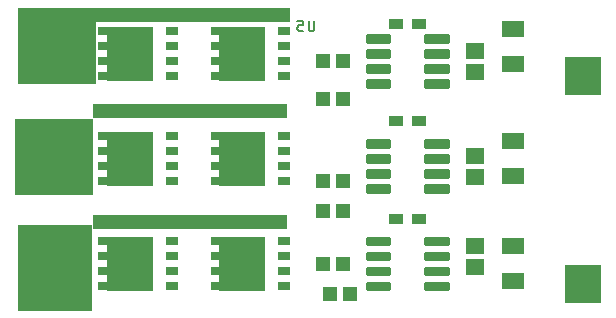
<source format=gbr>
G04 EAGLE Gerber RS-274X export*
G75*
%MOMM*%
%FSLAX34Y34*%
%LPD*%
%INSoldermask Bottom*%
%IPPOS*%
%AMOC8*
5,1,8,0,0,1.08239X$1,22.5*%
G01*
%ADD10R,3.048000X3.175000*%
%ADD11R,16.510000X1.270000*%
%ADD12R,6.604000X6.477000*%
%ADD13R,6.350000X7.239000*%
%ADD14R,1.617700X1.317000*%
%ADD15R,1.967700X1.317000*%
%ADD16R,1.152400X0.952400*%
%ADD17R,1.152400X1.252400*%
%ADD18R,1.002400X0.652400*%
%ADD19R,0.952400X0.752400*%
%ADD20R,3.902400X4.562400*%
%ADD21C,0.300959*%
%ADD22C,0.152400*%


D10*
X478790Y940435D03*
D11*
X148590Y991870D03*
D12*
X33020Y965835D03*
X30480Y871855D03*
D13*
X31750Y777875D03*
D11*
X146050Y910590D03*
X146050Y816610D03*
D10*
X478790Y763905D03*
D14*
X387350Y796154D03*
X387350Y778646D03*
X387350Y872354D03*
X387350Y854846D03*
D15*
X419100Y884704D03*
X419100Y855196D03*
X419100Y979954D03*
X419100Y950446D03*
X419100Y795804D03*
X419100Y766296D03*
D14*
X387350Y961254D03*
X387350Y943746D03*
D16*
X340200Y901700D03*
X320200Y901700D03*
X340200Y984250D03*
X320200Y984250D03*
X340200Y819150D03*
X320200Y819150D03*
D17*
X275200Y952500D03*
X258200Y952500D03*
X275200Y920750D03*
X258200Y920750D03*
X275200Y850900D03*
X258200Y850900D03*
X275200Y825500D03*
X258200Y825500D03*
X275200Y781050D03*
X258200Y781050D03*
X281550Y755650D03*
X264550Y755650D03*
D18*
X130600Y889000D03*
X130600Y850900D03*
X130600Y876300D03*
X130600Y863600D03*
D19*
X72350Y850900D03*
X72350Y863600D03*
X72350Y876300D03*
X72350Y889000D03*
D20*
X95100Y869950D03*
D21*
X345843Y802357D02*
X364057Y802357D01*
X364057Y797843D01*
X345843Y797843D01*
X345843Y802357D01*
X345843Y800702D02*
X364057Y800702D01*
X364057Y789657D02*
X345843Y789657D01*
X364057Y789657D02*
X364057Y785143D01*
X345843Y785143D01*
X345843Y789657D01*
X345843Y788002D02*
X364057Y788002D01*
X364057Y776957D02*
X345843Y776957D01*
X364057Y776957D02*
X364057Y772443D01*
X345843Y772443D01*
X345843Y776957D01*
X345843Y775302D02*
X364057Y775302D01*
X364057Y764257D02*
X345843Y764257D01*
X364057Y764257D02*
X364057Y759743D01*
X345843Y759743D01*
X345843Y764257D01*
X345843Y762602D02*
X364057Y762602D01*
X314557Y764257D02*
X296343Y764257D01*
X314557Y764257D02*
X314557Y759743D01*
X296343Y759743D01*
X296343Y764257D01*
X296343Y762602D02*
X314557Y762602D01*
X314557Y776957D02*
X296343Y776957D01*
X314557Y776957D02*
X314557Y772443D01*
X296343Y772443D01*
X296343Y776957D01*
X296343Y775302D02*
X314557Y775302D01*
X314557Y789657D02*
X296343Y789657D01*
X314557Y789657D02*
X314557Y785143D01*
X296343Y785143D01*
X296343Y789657D01*
X296343Y788002D02*
X314557Y788002D01*
X314557Y802357D02*
X296343Y802357D01*
X314557Y802357D02*
X314557Y797843D01*
X296343Y797843D01*
X296343Y802357D01*
X296343Y800702D02*
X314557Y800702D01*
D18*
X225850Y889000D03*
X225850Y850900D03*
X225850Y876300D03*
X225850Y863600D03*
D19*
X167600Y850900D03*
X167600Y863600D03*
X167600Y876300D03*
X167600Y889000D03*
D20*
X190350Y869950D03*
D18*
X130600Y977900D03*
X130600Y939800D03*
X130600Y965200D03*
X130600Y952500D03*
D19*
X72350Y939800D03*
X72350Y952500D03*
X72350Y965200D03*
X72350Y977900D03*
D20*
X95100Y958850D03*
D18*
X225850Y977900D03*
X225850Y939800D03*
X225850Y965200D03*
X225850Y952500D03*
D19*
X167600Y939800D03*
X167600Y952500D03*
X167600Y965200D03*
X167600Y977900D03*
D20*
X190350Y958850D03*
D22*
X251138Y980851D02*
X251138Y987088D01*
X251138Y980851D02*
X251136Y980754D01*
X251130Y980658D01*
X251121Y980562D01*
X251107Y980466D01*
X251090Y980371D01*
X251068Y980277D01*
X251043Y980184D01*
X251015Y980091D01*
X250982Y980000D01*
X250946Y979911D01*
X250906Y979823D01*
X250863Y979736D01*
X250817Y979652D01*
X250767Y979569D01*
X250713Y979488D01*
X250657Y979410D01*
X250597Y979334D01*
X250535Y979260D01*
X250469Y979189D01*
X250401Y979121D01*
X250330Y979055D01*
X250256Y978993D01*
X250180Y978933D01*
X250102Y978877D01*
X250021Y978823D01*
X249938Y978773D01*
X249854Y978727D01*
X249767Y978684D01*
X249679Y978644D01*
X249590Y978608D01*
X249499Y978575D01*
X249406Y978547D01*
X249313Y978522D01*
X249219Y978500D01*
X249124Y978483D01*
X249028Y978469D01*
X248932Y978460D01*
X248836Y978454D01*
X248739Y978452D01*
X248642Y978454D01*
X248546Y978460D01*
X248450Y978469D01*
X248354Y978483D01*
X248259Y978500D01*
X248165Y978522D01*
X248072Y978547D01*
X247979Y978575D01*
X247888Y978608D01*
X247799Y978644D01*
X247711Y978684D01*
X247624Y978727D01*
X247540Y978773D01*
X247457Y978823D01*
X247376Y978877D01*
X247298Y978933D01*
X247222Y978993D01*
X247148Y979055D01*
X247077Y979121D01*
X247009Y979189D01*
X246943Y979260D01*
X246881Y979334D01*
X246821Y979410D01*
X246765Y979488D01*
X246711Y979569D01*
X246661Y979652D01*
X246615Y979736D01*
X246572Y979823D01*
X246532Y979911D01*
X246496Y980000D01*
X246463Y980091D01*
X246435Y980184D01*
X246410Y980277D01*
X246388Y980371D01*
X246371Y980466D01*
X246357Y980562D01*
X246348Y980658D01*
X246342Y980754D01*
X246340Y980851D01*
X246340Y987088D01*
X241689Y978452D02*
X238811Y978452D01*
X238725Y978454D01*
X238639Y978460D01*
X238553Y978469D01*
X238468Y978483D01*
X238384Y978500D01*
X238300Y978521D01*
X238218Y978546D01*
X238137Y978574D01*
X238057Y978606D01*
X237978Y978642D01*
X237902Y978681D01*
X237827Y978724D01*
X237754Y978769D01*
X237683Y978818D01*
X237615Y978871D01*
X237548Y978926D01*
X237485Y978984D01*
X237424Y979045D01*
X237366Y979108D01*
X237311Y979175D01*
X237258Y979243D01*
X237209Y979314D01*
X237164Y979387D01*
X237121Y979462D01*
X237082Y979538D01*
X237046Y979617D01*
X237014Y979697D01*
X236986Y979778D01*
X236961Y979860D01*
X236940Y979944D01*
X236923Y980028D01*
X236909Y980113D01*
X236900Y980199D01*
X236894Y980285D01*
X236892Y980371D01*
X236891Y980371D02*
X236891Y981331D01*
X236892Y981331D02*
X236894Y981417D01*
X236900Y981503D01*
X236909Y981589D01*
X236923Y981674D01*
X236940Y981758D01*
X236961Y981842D01*
X236986Y981924D01*
X237014Y982005D01*
X237046Y982085D01*
X237082Y982164D01*
X237121Y982240D01*
X237164Y982315D01*
X237209Y982388D01*
X237259Y982459D01*
X237311Y982527D01*
X237366Y982594D01*
X237424Y982657D01*
X237485Y982718D01*
X237548Y982776D01*
X237615Y982831D01*
X237683Y982884D01*
X237754Y982933D01*
X237827Y982978D01*
X237902Y983021D01*
X237978Y983060D01*
X238057Y983096D01*
X238137Y983128D01*
X238218Y983156D01*
X238301Y983181D01*
X238384Y983202D01*
X238468Y983219D01*
X238553Y983233D01*
X238639Y983242D01*
X238725Y983248D01*
X238811Y983250D01*
X241689Y983250D01*
X241689Y987088D01*
X236891Y987088D01*
D21*
X345843Y973807D02*
X364057Y973807D01*
X364057Y969293D01*
X345843Y969293D01*
X345843Y973807D01*
X345843Y972152D02*
X364057Y972152D01*
X364057Y961107D02*
X345843Y961107D01*
X364057Y961107D02*
X364057Y956593D01*
X345843Y956593D01*
X345843Y961107D01*
X345843Y959452D02*
X364057Y959452D01*
X364057Y948407D02*
X345843Y948407D01*
X364057Y948407D02*
X364057Y943893D01*
X345843Y943893D01*
X345843Y948407D01*
X345843Y946752D02*
X364057Y946752D01*
X364057Y935707D02*
X345843Y935707D01*
X364057Y935707D02*
X364057Y931193D01*
X345843Y931193D01*
X345843Y935707D01*
X345843Y934052D02*
X364057Y934052D01*
X314557Y935707D02*
X296343Y935707D01*
X314557Y935707D02*
X314557Y931193D01*
X296343Y931193D01*
X296343Y935707D01*
X296343Y934052D02*
X314557Y934052D01*
X314557Y948407D02*
X296343Y948407D01*
X314557Y948407D02*
X314557Y943893D01*
X296343Y943893D01*
X296343Y948407D01*
X296343Y946752D02*
X314557Y946752D01*
X314557Y961107D02*
X296343Y961107D01*
X314557Y961107D02*
X314557Y956593D01*
X296343Y956593D01*
X296343Y961107D01*
X296343Y959452D02*
X314557Y959452D01*
X314557Y973807D02*
X296343Y973807D01*
X314557Y973807D02*
X314557Y969293D01*
X296343Y969293D01*
X296343Y973807D01*
X296343Y972152D02*
X314557Y972152D01*
D18*
X130600Y800100D03*
X130600Y762000D03*
X130600Y787400D03*
X130600Y774700D03*
D19*
X72350Y762000D03*
X72350Y774700D03*
X72350Y787400D03*
X72350Y800100D03*
D20*
X95100Y781050D03*
D21*
X345843Y884907D02*
X364057Y884907D01*
X364057Y880393D01*
X345843Y880393D01*
X345843Y884907D01*
X345843Y883252D02*
X364057Y883252D01*
X364057Y872207D02*
X345843Y872207D01*
X364057Y872207D02*
X364057Y867693D01*
X345843Y867693D01*
X345843Y872207D01*
X345843Y870552D02*
X364057Y870552D01*
X364057Y859507D02*
X345843Y859507D01*
X364057Y859507D02*
X364057Y854993D01*
X345843Y854993D01*
X345843Y859507D01*
X345843Y857852D02*
X364057Y857852D01*
X364057Y846807D02*
X345843Y846807D01*
X364057Y846807D02*
X364057Y842293D01*
X345843Y842293D01*
X345843Y846807D01*
X345843Y845152D02*
X364057Y845152D01*
X314557Y846807D02*
X296343Y846807D01*
X314557Y846807D02*
X314557Y842293D01*
X296343Y842293D01*
X296343Y846807D01*
X296343Y845152D02*
X314557Y845152D01*
X314557Y859507D02*
X296343Y859507D01*
X314557Y859507D02*
X314557Y854993D01*
X296343Y854993D01*
X296343Y859507D01*
X296343Y857852D02*
X314557Y857852D01*
X314557Y872207D02*
X296343Y872207D01*
X314557Y872207D02*
X314557Y867693D01*
X296343Y867693D01*
X296343Y872207D01*
X296343Y870552D02*
X314557Y870552D01*
X314557Y884907D02*
X296343Y884907D01*
X314557Y884907D02*
X314557Y880393D01*
X296343Y880393D01*
X296343Y884907D01*
X296343Y883252D02*
X314557Y883252D01*
D18*
X225850Y800100D03*
X225850Y762000D03*
X225850Y787400D03*
X225850Y774700D03*
D19*
X167600Y762000D03*
X167600Y774700D03*
X167600Y787400D03*
X167600Y800100D03*
D20*
X190350Y781050D03*
M02*

</source>
